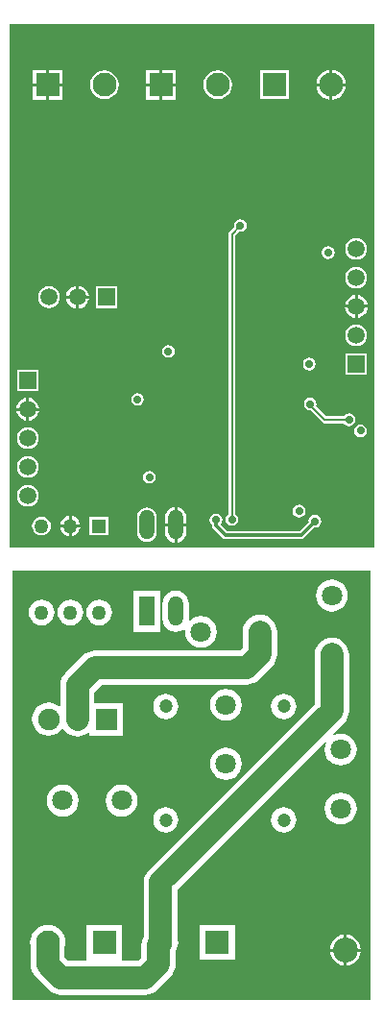
<source format=gbl>
G04*
G04 #@! TF.GenerationSoftware,Altium Limited,Altium Designer,20.0.13 (296)*
G04*
G04 Layer_Physical_Order=4*
G04 Layer_Color=16711680*
%FSLAX44Y44*%
%MOMM*%
G71*
G01*
G75*
%ADD10C,0.2000*%
%ADD51C,0.3000*%
%ADD54C,2.0000*%
%ADD56C,1.8000*%
%ADD57C,2.2000*%
%ADD58R,1.2600X1.2600*%
%ADD59C,1.2600*%
%ADD60O,1.3208X2.6416*%
%ADD61R,1.3208X2.6416*%
%ADD62R,1.5000X1.5000*%
%ADD63C,1.5000*%
%ADD64R,1.5080X1.5080*%
%ADD65C,1.5080*%
%ADD66C,1.9100*%
%ADD67R,1.9100X1.9100*%
%ADD68C,1.2000*%
%ADD69R,2.1000X2.1000*%
%ADD70C,2.1000*%
%ADD71C,0.7000*%
G36*
X321883Y6118D02*
X6118D01*
Y384500D01*
X321883D01*
Y6118D01*
D02*
G37*
G36*
X324941Y404500D02*
X3059D01*
Y865941D01*
X324941D01*
Y404500D01*
D02*
G37*
%LPC*%
G36*
X287750Y376371D02*
X284095Y375890D01*
X280690Y374479D01*
X277765Y372235D01*
X275521Y369310D01*
X274110Y365905D01*
X273629Y362250D01*
X274110Y358595D01*
X275521Y355190D01*
X277765Y352265D01*
X280690Y350021D01*
X284095Y348610D01*
X287750Y348129D01*
X291405Y348610D01*
X294810Y350021D01*
X297735Y352265D01*
X299979Y355190D01*
X301390Y358595D01*
X301871Y362250D01*
X301390Y365905D01*
X299979Y369310D01*
X297735Y372235D01*
X294810Y374479D01*
X291405Y375890D01*
X287750Y376371D01*
D02*
G37*
G36*
X82400Y358797D02*
X79450Y358409D01*
X76701Y357271D01*
X74341Y355459D01*
X72530Y353099D01*
X71391Y350350D01*
X71003Y347400D01*
X71391Y344450D01*
X72530Y341701D01*
X74341Y339341D01*
X76701Y337529D01*
X79450Y336391D01*
X82400Y336003D01*
X85350Y336391D01*
X88099Y337529D01*
X90459Y339341D01*
X92271Y341701D01*
X93409Y344450D01*
X93798Y347400D01*
X93409Y350350D01*
X92271Y353099D01*
X90459Y355459D01*
X88099Y357271D01*
X85350Y358409D01*
X82400Y358797D01*
D02*
G37*
G36*
X57000D02*
X54050Y358409D01*
X51301Y357271D01*
X48941Y355459D01*
X47130Y353099D01*
X45991Y350350D01*
X45603Y347400D01*
X45991Y344450D01*
X47130Y341701D01*
X48941Y339341D01*
X51301Y337529D01*
X54050Y336391D01*
X57000Y336003D01*
X59950Y336391D01*
X62699Y337529D01*
X65059Y339341D01*
X66871Y341701D01*
X68009Y344450D01*
X68397Y347400D01*
X68009Y350350D01*
X66871Y353099D01*
X65059Y355459D01*
X62699Y357271D01*
X59950Y358409D01*
X57000Y358797D01*
D02*
G37*
G36*
X31600D02*
X28650Y358409D01*
X25901Y357271D01*
X23541Y355459D01*
X21730Y353099D01*
X20591Y350350D01*
X20203Y347400D01*
X20591Y344450D01*
X21730Y341701D01*
X23541Y339341D01*
X25901Y337529D01*
X28650Y336391D01*
X31600Y336003D01*
X34550Y336391D01*
X37299Y337529D01*
X39659Y339341D01*
X41471Y341701D01*
X42609Y344450D01*
X42997Y347400D01*
X42609Y350350D01*
X41471Y353099D01*
X39659Y355459D01*
X37299Y357271D01*
X34550Y358409D01*
X31600Y358797D01*
D02*
G37*
G36*
X136154Y366608D02*
X112946D01*
Y330192D01*
X136154D01*
Y366608D01*
D02*
G37*
G36*
X149950Y366708D02*
X146921Y366309D01*
X144098Y365140D01*
X141674Y363280D01*
X139814Y360856D01*
X138645Y358033D01*
X138246Y355004D01*
Y341796D01*
X138645Y338767D01*
X139814Y335944D01*
X141674Y333520D01*
X144098Y331660D01*
X146921Y330491D01*
X149950Y330092D01*
X152979Y330491D01*
X155802Y331660D01*
X157172Y332711D01*
X158363Y332024D01*
X158129Y330250D01*
X158610Y326595D01*
X160021Y323190D01*
X162265Y320265D01*
X165190Y318021D01*
X168595Y316610D01*
X172250Y316129D01*
X175905Y316610D01*
X179310Y318021D01*
X182235Y320265D01*
X184479Y323190D01*
X185890Y326595D01*
X186371Y330250D01*
X185890Y333905D01*
X184479Y337310D01*
X182235Y340235D01*
X179310Y342479D01*
X175905Y343890D01*
X172250Y344371D01*
X168595Y343890D01*
X165190Y342479D01*
X162782Y340631D01*
X161591Y341319D01*
X161654Y341796D01*
Y355004D01*
X161255Y358033D01*
X160086Y360856D01*
X158226Y363280D01*
X155802Y365140D01*
X152979Y366309D01*
X149950Y366708D01*
D02*
G37*
G36*
X224250Y345323D02*
X221310Y345033D01*
X218482Y344175D01*
X215876Y342782D01*
X213592Y340908D01*
X211718Y338624D01*
X210325Y336018D01*
X209467Y333190D01*
X209177Y330250D01*
Y316709D01*
X206291Y313823D01*
X78750D01*
X75809Y313533D01*
X72982Y312675D01*
X70376Y311282D01*
X68092Y309408D01*
X52592Y293908D01*
X50718Y291624D01*
X49325Y289018D01*
X48467Y286190D01*
X48177Y283250D01*
Y265101D01*
X47038Y264539D01*
X45188Y265959D01*
X41648Y267425D01*
X37850Y267925D01*
X34052Y267425D01*
X30512Y265959D01*
X27473Y263627D01*
X25141Y260588D01*
X23674Y257048D01*
X23175Y253250D01*
X23674Y249452D01*
X25141Y245912D01*
X27473Y242873D01*
X30512Y240541D01*
X34052Y239074D01*
X37850Y238575D01*
X41648Y239074D01*
X45188Y240541D01*
X48227Y242873D01*
X49569Y244621D01*
X51052Y244468D01*
X52592Y242592D01*
X54876Y240718D01*
X57482Y239325D01*
X60310Y238467D01*
X63250Y238177D01*
X66191Y238467D01*
X69018Y239325D01*
X71624Y240718D01*
X72830Y241707D01*
X74100Y241107D01*
Y238700D01*
X103200D01*
Y267800D01*
X78323D01*
Y277007D01*
X84993Y283677D01*
X212534D01*
X215475Y283967D01*
X218302Y284825D01*
X220908Y286218D01*
X223192Y288092D01*
X234908Y299808D01*
X236782Y302092D01*
X238175Y304698D01*
X239033Y307525D01*
X239323Y310466D01*
Y330250D01*
X239033Y333190D01*
X238175Y336018D01*
X236782Y338624D01*
X234908Y340908D01*
X232624Y342782D01*
X230018Y344175D01*
X227190Y345033D01*
X224250Y345323D01*
D02*
G37*
G36*
X245250Y275595D02*
X242378Y275217D01*
X239703Y274109D01*
X237405Y272345D01*
X235641Y270047D01*
X234533Y267372D01*
X234155Y264500D01*
X234533Y261628D01*
X235641Y258953D01*
X237405Y256655D01*
X239703Y254891D01*
X242378Y253783D01*
X245250Y253405D01*
X248122Y253783D01*
X250797Y254891D01*
X253095Y256655D01*
X254858Y258953D01*
X255967Y261628D01*
X256345Y264500D01*
X255967Y267372D01*
X254858Y270047D01*
X253095Y272345D01*
X250797Y274109D01*
X248122Y275217D01*
X245250Y275595D01*
D02*
G37*
G36*
X141250D02*
X138378Y275217D01*
X135703Y274109D01*
X133405Y272345D01*
X131642Y270047D01*
X130533Y267372D01*
X130155Y264500D01*
X130533Y261628D01*
X131642Y258953D01*
X133405Y256655D01*
X135703Y254891D01*
X138378Y253783D01*
X141250Y253405D01*
X144122Y253783D01*
X146797Y254891D01*
X149095Y256655D01*
X150858Y258953D01*
X151967Y261628D01*
X152345Y264500D01*
X151967Y267372D01*
X150858Y270047D01*
X149095Y272345D01*
X146797Y274109D01*
X144122Y275217D01*
X141250Y275595D01*
D02*
G37*
G36*
X194250Y280121D02*
X190595Y279640D01*
X187190Y278229D01*
X184265Y275985D01*
X182021Y273060D01*
X180610Y269655D01*
X180129Y266000D01*
X180610Y262345D01*
X182021Y258940D01*
X184265Y256015D01*
X187190Y253771D01*
X190595Y252360D01*
X194250Y251879D01*
X197905Y252360D01*
X201310Y253771D01*
X204235Y256015D01*
X206479Y258940D01*
X207890Y262345D01*
X208371Y266000D01*
X207890Y269655D01*
X206479Y273060D01*
X204235Y275985D01*
X201310Y278229D01*
X197905Y279640D01*
X194250Y280121D01*
D02*
G37*
G36*
X287750Y325323D02*
X284809Y325033D01*
X281982Y324175D01*
X279376Y322782D01*
X277092Y320908D01*
X275218Y318624D01*
X273825Y316018D01*
X272967Y313190D01*
X272677Y310250D01*
Y266743D01*
X126092Y120158D01*
X124218Y117874D01*
X122825Y115268D01*
X121967Y112441D01*
X121677Y109500D01*
Y61593D01*
X120825Y59997D01*
X119967Y57170D01*
X119677Y54229D01*
Y43459D01*
X116791Y40573D01*
X103593D01*
X102500Y41000D01*
X102500Y41843D01*
Y72000D01*
X71500D01*
Y41843D01*
X71500Y41000D01*
X70407Y40573D01*
X54959D01*
X52073Y43459D01*
Y52792D01*
X52276Y53461D01*
X52575Y56500D01*
X52276Y59538D01*
X51389Y62460D01*
X49950Y65153D01*
X48013Y67513D01*
X45653Y69450D01*
X42960Y70889D01*
X40038Y71776D01*
X37000Y72075D01*
X33962Y71776D01*
X31040Y70889D01*
X28347Y69450D01*
X25987Y67513D01*
X24050Y65153D01*
X22611Y62460D01*
X21724Y59538D01*
X21425Y56500D01*
X21724Y53461D01*
X21927Y52792D01*
Y37216D01*
X22217Y34275D01*
X23075Y31448D01*
X24468Y28842D01*
X26342Y26558D01*
X38058Y14842D01*
X40342Y12968D01*
X42948Y11575D01*
X45775Y10717D01*
X48716Y10427D01*
X123034D01*
X125975Y10717D01*
X128802Y11575D01*
X131408Y12968D01*
X133692Y14842D01*
X145408Y26558D01*
X147282Y28842D01*
X148675Y31448D01*
X149533Y34275D01*
X149823Y37216D01*
Y48076D01*
X151139Y50540D01*
X152026Y53461D01*
X152325Y56500D01*
X152026Y59538D01*
X151823Y60208D01*
Y103257D01*
X281734Y233168D01*
X282811Y232449D01*
X281860Y230155D01*
X281379Y226500D01*
X281860Y222845D01*
X283271Y219440D01*
X285515Y216515D01*
X288440Y214271D01*
X291845Y212860D01*
X295500Y212379D01*
X299155Y212860D01*
X302560Y214271D01*
X305485Y216515D01*
X307729Y219440D01*
X309140Y222845D01*
X309621Y226500D01*
X309140Y230155D01*
X307729Y233560D01*
X305485Y236485D01*
X302560Y238729D01*
X299155Y240140D01*
X295500Y240621D01*
X291845Y240140D01*
X289551Y239189D01*
X288832Y240266D01*
X298408Y249842D01*
X300282Y252126D01*
X301675Y254732D01*
X302533Y257560D01*
X302823Y260500D01*
Y310250D01*
X302533Y313190D01*
X301675Y316018D01*
X300282Y318624D01*
X298408Y320908D01*
X296124Y322782D01*
X293518Y324175D01*
X290690Y325033D01*
X287750Y325323D01*
D02*
G37*
G36*
X194250Y228121D02*
X190595Y227640D01*
X187190Y226229D01*
X184265Y223985D01*
X182021Y221060D01*
X180610Y217655D01*
X180129Y214000D01*
X180610Y210345D01*
X182021Y206940D01*
X184265Y204015D01*
X187190Y201771D01*
X190595Y200360D01*
X194250Y199879D01*
X197905Y200360D01*
X201310Y201771D01*
X204235Y204015D01*
X206479Y206940D01*
X207890Y210345D01*
X208371Y214000D01*
X207890Y217655D01*
X206479Y221060D01*
X204235Y223985D01*
X201310Y226229D01*
X197905Y227640D01*
X194250Y228121D01*
D02*
G37*
G36*
X102250Y195621D02*
X98595Y195140D01*
X95190Y193729D01*
X92265Y191485D01*
X90021Y188560D01*
X88610Y185155D01*
X88129Y181500D01*
X88610Y177845D01*
X90021Y174440D01*
X92265Y171515D01*
X95190Y169271D01*
X98595Y167860D01*
X102250Y167379D01*
X105905Y167860D01*
X109310Y169271D01*
X112235Y171515D01*
X114479Y174440D01*
X115890Y177845D01*
X116371Y181500D01*
X115890Y185155D01*
X114479Y188560D01*
X112235Y191485D01*
X109310Y193729D01*
X105905Y195140D01*
X102250Y195621D01*
D02*
G37*
G36*
X50250D02*
X46595Y195140D01*
X43190Y193729D01*
X40265Y191485D01*
X38021Y188560D01*
X36610Y185155D01*
X36129Y181500D01*
X36610Y177845D01*
X38021Y174440D01*
X40265Y171515D01*
X43190Y169271D01*
X46595Y167860D01*
X50250Y167379D01*
X53905Y167860D01*
X57310Y169271D01*
X60235Y171515D01*
X62479Y174440D01*
X63890Y177845D01*
X64371Y181500D01*
X63890Y185155D01*
X62479Y188560D01*
X60235Y191485D01*
X57310Y193729D01*
X53905Y195140D01*
X50250Y195621D01*
D02*
G37*
G36*
X295500Y188621D02*
X291845Y188140D01*
X288440Y186729D01*
X285515Y184485D01*
X283271Y181560D01*
X281860Y178155D01*
X281379Y174500D01*
X281860Y170845D01*
X283271Y167440D01*
X285515Y164515D01*
X288440Y162271D01*
X291845Y160860D01*
X295500Y160379D01*
X299155Y160860D01*
X302560Y162271D01*
X305485Y164515D01*
X307729Y167440D01*
X309140Y170845D01*
X309621Y174500D01*
X309140Y178155D01*
X307729Y181560D01*
X305485Y184485D01*
X302560Y186729D01*
X299155Y188140D01*
X295500Y188621D01*
D02*
G37*
G36*
X245250Y175595D02*
X242378Y175217D01*
X239703Y174109D01*
X237405Y172345D01*
X235641Y170047D01*
X234533Y167372D01*
X234155Y164500D01*
X234533Y161628D01*
X235641Y158953D01*
X237405Y156655D01*
X239703Y154892D01*
X242378Y153783D01*
X245250Y153405D01*
X248122Y153783D01*
X250797Y154892D01*
X253095Y156655D01*
X254858Y158953D01*
X255967Y161628D01*
X256345Y164500D01*
X255967Y167372D01*
X254858Y170047D01*
X253095Y172345D01*
X250797Y174109D01*
X248122Y175217D01*
X245250Y175595D01*
D02*
G37*
G36*
X141250D02*
X138378Y175217D01*
X135703Y174109D01*
X133405Y172345D01*
X131642Y170047D01*
X130533Y167372D01*
X130155Y164500D01*
X130533Y161628D01*
X131642Y158953D01*
X133405Y156655D01*
X135703Y154892D01*
X138378Y153783D01*
X141250Y153405D01*
X144122Y153783D01*
X146797Y154892D01*
X149095Y156655D01*
X150858Y158953D01*
X151967Y161628D01*
X152345Y164500D01*
X151967Y167372D01*
X150858Y170047D01*
X149095Y172345D01*
X146797Y174109D01*
X144122Y175217D01*
X141250Y175595D01*
D02*
G37*
G36*
X300770Y63240D02*
Y51020D01*
X312990D01*
X312691Y53285D01*
X311327Y56578D01*
X309157Y59407D01*
X306328Y61577D01*
X303035Y62941D01*
X300770Y63240D01*
D02*
G37*
G36*
X298230D02*
X295965Y62941D01*
X292672Y61577D01*
X289843Y59407D01*
X287673Y56578D01*
X286308Y53285D01*
X286010Y51020D01*
X298230D01*
Y63240D01*
D02*
G37*
G36*
X202250Y72000D02*
X171250D01*
Y41000D01*
X202250D01*
Y72000D01*
D02*
G37*
G36*
X312990Y48480D02*
X300770D01*
Y36260D01*
X303035Y36558D01*
X306328Y37923D01*
X309157Y40093D01*
X311327Y42922D01*
X312691Y46215D01*
X312990Y48480D01*
D02*
G37*
G36*
X298230D02*
X286010D01*
X286308Y46215D01*
X287673Y42922D01*
X289843Y40093D01*
X292672Y37923D01*
X295965Y36558D01*
X298230Y36260D01*
Y48480D01*
D02*
G37*
G36*
X288270Y825485D02*
Y813770D01*
X299985D01*
X299704Y815904D01*
X298390Y819076D01*
X296300Y821800D01*
X293576Y823890D01*
X290404Y825204D01*
X288270Y825485D01*
D02*
G37*
G36*
X285730D02*
X283596Y825204D01*
X280424Y823890D01*
X277700Y821800D01*
X275610Y819076D01*
X274296Y815904D01*
X274015Y813770D01*
X285730D01*
Y825485D01*
D02*
G37*
G36*
X150040Y825540D02*
X138270D01*
Y813770D01*
X150040D01*
Y825540D01*
D02*
G37*
G36*
X135730D02*
X123960D01*
Y813770D01*
X135730D01*
Y825540D01*
D02*
G37*
G36*
X50040D02*
X38270D01*
Y813770D01*
X50040D01*
Y825540D01*
D02*
G37*
G36*
X35730D02*
X23960D01*
Y813770D01*
X35730D01*
Y825540D01*
D02*
G37*
G36*
X249500Y825000D02*
X224500D01*
Y800000D01*
X249500D01*
Y825000D01*
D02*
G37*
G36*
X187000Y825108D02*
X183737Y824678D01*
X180696Y823419D01*
X178085Y821415D01*
X176081Y818804D01*
X174822Y815763D01*
X174392Y812500D01*
X174822Y809237D01*
X176081Y806196D01*
X178085Y803585D01*
X180696Y801581D01*
X183737Y800322D01*
X187000Y799892D01*
X190263Y800322D01*
X193304Y801581D01*
X195915Y803585D01*
X197919Y806196D01*
X199178Y809237D01*
X199608Y812500D01*
X199178Y815763D01*
X197919Y818804D01*
X195915Y821415D01*
X193304Y823419D01*
X190263Y824678D01*
X187000Y825108D01*
D02*
G37*
G36*
X87000D02*
X83737Y824678D01*
X80696Y823419D01*
X78085Y821415D01*
X76081Y818804D01*
X74822Y815763D01*
X74392Y812500D01*
X74822Y809237D01*
X76081Y806196D01*
X78085Y803585D01*
X80696Y801581D01*
X83737Y800322D01*
X87000Y799892D01*
X90263Y800322D01*
X93304Y801581D01*
X95915Y803585D01*
X97919Y806196D01*
X99178Y809237D01*
X99608Y812500D01*
X99178Y815763D01*
X97919Y818804D01*
X95915Y821415D01*
X93304Y823419D01*
X90263Y824678D01*
X87000Y825108D01*
D02*
G37*
G36*
X299985Y811230D02*
X288270D01*
Y799515D01*
X290404Y799796D01*
X293576Y801110D01*
X296300Y803200D01*
X298390Y805924D01*
X299704Y809096D01*
X299985Y811230D01*
D02*
G37*
G36*
X285730D02*
X274015D01*
X274296Y809096D01*
X275610Y805924D01*
X277700Y803200D01*
X280424Y801110D01*
X283596Y799796D01*
X285730Y799515D01*
Y811230D01*
D02*
G37*
G36*
X150040D02*
X138270D01*
Y799460D01*
X150040D01*
Y811230D01*
D02*
G37*
G36*
X135730D02*
X123960D01*
Y799460D01*
X135730D01*
Y811230D01*
D02*
G37*
G36*
X50040D02*
X38270D01*
Y799460D01*
X50040D01*
Y811230D01*
D02*
G37*
G36*
X35730D02*
X23960D01*
Y799460D01*
X35730D01*
Y811230D01*
D02*
G37*
G36*
X207000Y694108D02*
X204854Y693681D01*
X203035Y692465D01*
X201819Y690646D01*
X201392Y688500D01*
X201675Y687079D01*
X197337Y682741D01*
X196674Y681749D01*
X196441Y680578D01*
X196441Y680578D01*
Y433821D01*
X195535Y433215D01*
X194319Y431396D01*
X193892Y429250D01*
X194319Y427104D01*
X195535Y425285D01*
X197354Y424069D01*
X199500Y423642D01*
X201646Y424069D01*
X203465Y425285D01*
X204681Y427104D01*
X205108Y429250D01*
X204681Y431396D01*
X203465Y433215D01*
X202559Y433821D01*
Y679311D01*
X206282Y683035D01*
X207000Y682892D01*
X209146Y683319D01*
X210965Y684535D01*
X212181Y686354D01*
X212608Y688500D01*
X212181Y690646D01*
X210965Y692465D01*
X209146Y693681D01*
X207000Y694108D01*
D02*
G37*
G36*
X284500Y670108D02*
X282354Y669681D01*
X280535Y668465D01*
X279319Y666646D01*
X278892Y664500D01*
X279319Y662354D01*
X280535Y660535D01*
X282354Y659319D01*
X284500Y658892D01*
X286646Y659319D01*
X288465Y660535D01*
X289681Y662354D01*
X290108Y664500D01*
X289681Y666646D01*
X288465Y668465D01*
X286646Y669681D01*
X284500Y670108D01*
D02*
G37*
G36*
X309250Y677482D02*
X306770Y677156D01*
X304459Y676198D01*
X302475Y674676D01*
X300952Y672691D01*
X299995Y670380D01*
X299668Y667900D01*
X299995Y665420D01*
X300952Y663109D01*
X302475Y661125D01*
X304459Y659602D01*
X306770Y658645D01*
X309250Y658318D01*
X311730Y658645D01*
X314041Y659602D01*
X316026Y661125D01*
X317548Y663109D01*
X318505Y665420D01*
X318832Y667900D01*
X318505Y670380D01*
X317548Y672691D01*
X316026Y674676D01*
X314041Y676198D01*
X311730Y677156D01*
X309250Y677482D01*
D02*
G37*
G36*
Y652082D02*
X306770Y651756D01*
X304459Y650798D01*
X302475Y649276D01*
X300952Y647291D01*
X299995Y644980D01*
X299668Y642500D01*
X299995Y640020D01*
X300952Y637709D01*
X302475Y635725D01*
X304459Y634202D01*
X306770Y633245D01*
X309250Y632918D01*
X311730Y633245D01*
X314041Y634202D01*
X316026Y635725D01*
X317548Y637709D01*
X318505Y640020D01*
X318832Y642500D01*
X318505Y644980D01*
X317548Y647291D01*
X316026Y649276D01*
X314041Y650798D01*
X311730Y651756D01*
X309250Y652082D01*
D02*
G37*
G36*
X64770Y635250D02*
Y626520D01*
X73500D01*
X73320Y627881D01*
X72305Y630334D01*
X70689Y632439D01*
X68583Y634055D01*
X66131Y635070D01*
X64770Y635250D01*
D02*
G37*
G36*
X62230Y635250D02*
X60869Y635070D01*
X58417Y634055D01*
X56311Y632439D01*
X54695Y630334D01*
X53679Y627881D01*
X53500Y626520D01*
X62230D01*
Y635250D01*
D02*
G37*
G36*
X310520Y627059D02*
Y618370D01*
X319209D01*
X319032Y619721D01*
X318020Y622163D01*
X316411Y624261D01*
X314313Y625870D01*
X311871Y626882D01*
X310520Y627059D01*
D02*
G37*
G36*
X307980D02*
X306629Y626882D01*
X304187Y625870D01*
X302089Y624261D01*
X300480Y622163D01*
X299468Y619721D01*
X299291Y618370D01*
X307980D01*
Y627059D01*
D02*
G37*
G36*
X98440Y634790D02*
X79360D01*
Y615710D01*
X98440D01*
Y634790D01*
D02*
G37*
G36*
X38100Y634872D02*
X35610Y634544D01*
X33289Y633583D01*
X31296Y632054D01*
X29767Y630061D01*
X28806Y627741D01*
X28478Y625250D01*
X28806Y622760D01*
X29767Y620439D01*
X31296Y618446D01*
X33289Y616917D01*
X35610Y615956D01*
X38100Y615628D01*
X40590Y615956D01*
X42911Y616917D01*
X44904Y618446D01*
X46433Y620439D01*
X47394Y622760D01*
X47722Y625250D01*
X47394Y627741D01*
X46433Y630061D01*
X44904Y632054D01*
X42911Y633583D01*
X40590Y634544D01*
X38100Y634872D01*
D02*
G37*
G36*
X73500Y623980D02*
X64770D01*
Y615250D01*
X66131Y615429D01*
X68583Y616445D01*
X70689Y618061D01*
X72305Y620167D01*
X73320Y622619D01*
X73500Y623980D01*
D02*
G37*
G36*
X62230D02*
X53500D01*
X53679Y622619D01*
X54695Y620167D01*
X56311Y618061D01*
X58417Y616445D01*
X60869Y615429D01*
X62230Y615250D01*
Y623980D01*
D02*
G37*
G36*
X319209Y615830D02*
X310520D01*
Y607141D01*
X311871Y607318D01*
X314313Y608330D01*
X316411Y609939D01*
X318020Y612037D01*
X319032Y614479D01*
X319209Y615830D01*
D02*
G37*
G36*
X307980D02*
X299291D01*
X299468Y614479D01*
X300480Y612037D01*
X302089Y609939D01*
X304187Y608330D01*
X306629Y607318D01*
X307980Y607141D01*
Y615830D01*
D02*
G37*
G36*
X309250Y601282D02*
X306770Y600956D01*
X304459Y599998D01*
X302475Y598475D01*
X300952Y596491D01*
X299995Y594180D01*
X299668Y591700D01*
X299995Y589220D01*
X300952Y586909D01*
X302475Y584925D01*
X304459Y583402D01*
X306770Y582445D01*
X309250Y582118D01*
X311730Y582445D01*
X314041Y583402D01*
X316026Y584925D01*
X317548Y586909D01*
X318505Y589220D01*
X318832Y591700D01*
X318505Y594180D01*
X317548Y596491D01*
X316026Y598475D01*
X314041Y599998D01*
X311730Y600956D01*
X309250Y601282D01*
D02*
G37*
G36*
X143500Y583108D02*
X141354Y582681D01*
X139535Y581465D01*
X138319Y579646D01*
X137892Y577500D01*
X138319Y575354D01*
X139535Y573535D01*
X141354Y572319D01*
X143500Y571892D01*
X145646Y572319D01*
X147465Y573535D01*
X148681Y575354D01*
X149108Y577500D01*
X148681Y579646D01*
X147465Y581465D01*
X145646Y582681D01*
X143500Y583108D01*
D02*
G37*
G36*
X267750Y571858D02*
X265604Y571431D01*
X263785Y570215D01*
X262569Y568396D01*
X262142Y566250D01*
X262569Y564104D01*
X263785Y562285D01*
X265604Y561069D01*
X267750Y560642D01*
X269896Y561069D01*
X271715Y562285D01*
X272931Y564104D01*
X273358Y566250D01*
X272931Y568396D01*
X271715Y570215D01*
X269896Y571431D01*
X267750Y571858D01*
D02*
G37*
G36*
X318750Y575800D02*
X299750D01*
Y556800D01*
X318750D01*
Y575800D01*
D02*
G37*
G36*
X29000Y561350D02*
X10000D01*
Y542350D01*
X29000D01*
Y561350D01*
D02*
G37*
G36*
X116250Y540858D02*
X114104Y540431D01*
X112285Y539215D01*
X111069Y537396D01*
X110642Y535250D01*
X111069Y533104D01*
X112285Y531285D01*
X114104Y530069D01*
X116250Y529642D01*
X118396Y530069D01*
X120215Y531285D01*
X121431Y533104D01*
X121858Y535250D01*
X121431Y537396D01*
X120215Y539215D01*
X118396Y540431D01*
X116250Y540858D01*
D02*
G37*
G36*
X20770Y536409D02*
Y527720D01*
X29459D01*
X29282Y529071D01*
X28270Y531513D01*
X26661Y533611D01*
X24563Y535220D01*
X22121Y536232D01*
X20770Y536409D01*
D02*
G37*
G36*
X18230D02*
X16879Y536232D01*
X14437Y535220D01*
X12339Y533611D01*
X10730Y531513D01*
X9718Y529071D01*
X9541Y527720D01*
X18230D01*
Y536409D01*
D02*
G37*
G36*
X29459Y525180D02*
X20770D01*
Y516491D01*
X22121Y516668D01*
X24563Y517680D01*
X26661Y519289D01*
X28270Y521387D01*
X29282Y523829D01*
X29459Y525180D01*
D02*
G37*
G36*
X18230D02*
X9541D01*
X9718Y523829D01*
X10730Y521387D01*
X12339Y519289D01*
X14437Y517680D01*
X16879Y516668D01*
X18230Y516491D01*
Y525180D01*
D02*
G37*
G36*
X268625Y536733D02*
X266479Y536306D01*
X264660Y535090D01*
X263444Y533271D01*
X263017Y531125D01*
X263444Y528979D01*
X264660Y527160D01*
X266479Y525944D01*
X268625Y525517D01*
X268652Y525523D01*
X279087Y515087D01*
X279087Y515087D01*
X280079Y514424D01*
X281250Y514191D01*
X281250Y514191D01*
X298429D01*
X299035Y513285D01*
X300854Y512069D01*
X303000Y511642D01*
X305146Y512069D01*
X306965Y513285D01*
X308181Y515104D01*
X308608Y517250D01*
X308181Y519396D01*
X306965Y521215D01*
X305146Y522431D01*
X303000Y522858D01*
X300854Y522431D01*
X299035Y521215D01*
X298429Y520309D01*
X282517D01*
X273813Y529013D01*
X274233Y531125D01*
X273806Y533271D01*
X272590Y535090D01*
X270771Y536306D01*
X268625Y536733D01*
D02*
G37*
G36*
X313000Y513108D02*
X310854Y512681D01*
X309035Y511465D01*
X307819Y509646D01*
X307392Y507500D01*
X307819Y505354D01*
X309035Y503535D01*
X310854Y502319D01*
X313000Y501892D01*
X315146Y502319D01*
X316965Y503535D01*
X318181Y505354D01*
X318608Y507500D01*
X318181Y509646D01*
X316965Y511465D01*
X315146Y512681D01*
X313000Y513108D01*
D02*
G37*
G36*
X19500Y510632D02*
X17020Y510305D01*
X14709Y509348D01*
X12725Y507826D01*
X11202Y505841D01*
X10245Y503530D01*
X9918Y501050D01*
X10245Y498570D01*
X11202Y496259D01*
X12725Y494275D01*
X14709Y492752D01*
X17020Y491795D01*
X19500Y491468D01*
X21980Y491795D01*
X24291Y492752D01*
X26275Y494275D01*
X27798Y496259D01*
X28756Y498570D01*
X29082Y501050D01*
X28756Y503530D01*
X27798Y505841D01*
X26275Y507826D01*
X24291Y509348D01*
X21980Y510305D01*
X19500Y510632D01*
D02*
G37*
G36*
Y485232D02*
X17020Y484906D01*
X14709Y483948D01*
X12725Y482425D01*
X11202Y480441D01*
X10245Y478130D01*
X9918Y475650D01*
X10245Y473170D01*
X11202Y470859D01*
X12725Y468875D01*
X14709Y467352D01*
X17020Y466395D01*
X19500Y466068D01*
X21980Y466395D01*
X24291Y467352D01*
X26275Y468875D01*
X27798Y470859D01*
X28756Y473170D01*
X29082Y475650D01*
X28756Y478130D01*
X27798Y480441D01*
X26275Y482425D01*
X24291Y483948D01*
X21980Y484906D01*
X19500Y485232D01*
D02*
G37*
G36*
X126750Y472108D02*
X124604Y471681D01*
X122785Y470465D01*
X121569Y468646D01*
X121142Y466500D01*
X121569Y464354D01*
X122785Y462535D01*
X124604Y461319D01*
X126750Y460892D01*
X128896Y461319D01*
X130715Y462535D01*
X131931Y464354D01*
X132358Y466500D01*
X131931Y468646D01*
X130715Y470465D01*
X128896Y471681D01*
X126750Y472108D01*
D02*
G37*
G36*
X19500Y459832D02*
X17020Y459506D01*
X14709Y458548D01*
X12725Y457025D01*
X11202Y455041D01*
X10245Y452730D01*
X9918Y450250D01*
X10245Y447770D01*
X11202Y445459D01*
X12725Y443475D01*
X14709Y441952D01*
X17020Y440994D01*
X19500Y440668D01*
X21980Y440994D01*
X24291Y441952D01*
X26275Y443475D01*
X27798Y445459D01*
X28756Y447770D01*
X29082Y450250D01*
X28756Y452730D01*
X27798Y455041D01*
X26275Y457025D01*
X24291Y458548D01*
X21980Y459506D01*
X19500Y459832D01*
D02*
G37*
G36*
X258750Y442358D02*
X256604Y441931D01*
X254785Y440715D01*
X253569Y438896D01*
X253142Y436750D01*
X253569Y434604D01*
X254785Y432785D01*
X256604Y431569D01*
X258750Y431142D01*
X260896Y431569D01*
X262715Y432785D01*
X263931Y434604D01*
X264358Y436750D01*
X263931Y438896D01*
X262715Y440715D01*
X260896Y441931D01*
X258750Y442358D01*
D02*
G37*
G36*
X151220Y440260D02*
Y425870D01*
X159173D01*
Y431204D01*
X158859Y433591D01*
X157937Y435816D01*
X156472Y437726D01*
X154561Y439191D01*
X152337Y440113D01*
X151220Y440260D01*
D02*
G37*
G36*
X148680Y440260D02*
X147563Y440113D01*
X145338Y439191D01*
X143428Y437726D01*
X141963Y435816D01*
X141041Y433591D01*
X140727Y431204D01*
Y425870D01*
X148680D01*
Y440260D01*
D02*
G37*
G36*
X58270Y432349D02*
Y424870D01*
X65749D01*
X65613Y425908D01*
X64722Y428058D01*
X63305Y429905D01*
X61458Y431322D01*
X59308Y432212D01*
X58270Y432349D01*
D02*
G37*
G36*
X55730D02*
X54692Y432212D01*
X52542Y431322D01*
X50695Y429905D01*
X49278Y428058D01*
X48388Y425908D01*
X48251Y424870D01*
X55730D01*
Y432349D01*
D02*
G37*
G36*
X185500Y434358D02*
X183354Y433931D01*
X181535Y432715D01*
X180319Y430896D01*
X179892Y428750D01*
X180319Y426604D01*
X181535Y424785D01*
X181931Y424520D01*
Y424007D01*
X182203Y422642D01*
X182977Y421484D01*
X191234Y413227D01*
X192392Y412453D01*
X193757Y412181D01*
X260750D01*
X262116Y412453D01*
X263273Y413227D01*
X272282Y422235D01*
X272750Y422142D01*
X274896Y422569D01*
X276715Y423785D01*
X277931Y425604D01*
X278358Y427750D01*
X277931Y429896D01*
X276715Y431715D01*
X274896Y432931D01*
X272750Y433358D01*
X270604Y432931D01*
X268785Y431715D01*
X267569Y429896D01*
X267142Y427750D01*
X267235Y427282D01*
X259272Y419319D01*
X195236D01*
X189587Y424967D01*
X190681Y426604D01*
X191108Y428750D01*
X190681Y430896D01*
X189465Y432715D01*
X187646Y433931D01*
X185500Y434358D01*
D02*
G37*
G36*
X90700Y431900D02*
X74100D01*
Y415300D01*
X90700D01*
Y431900D01*
D02*
G37*
G36*
X31600Y431972D02*
X29433Y431686D01*
X27414Y430850D01*
X25680Y429520D01*
X24350Y427786D01*
X23514Y425767D01*
X23228Y423600D01*
X23514Y421433D01*
X24350Y419414D01*
X25680Y417680D01*
X27414Y416350D01*
X29433Y415514D01*
X31600Y415228D01*
X33767Y415514D01*
X35786Y416350D01*
X37520Y417680D01*
X38850Y419414D01*
X39686Y421433D01*
X39972Y423600D01*
X39686Y425767D01*
X38850Y427786D01*
X37520Y429520D01*
X35786Y430850D01*
X33767Y431686D01*
X31600Y431972D01*
D02*
G37*
G36*
X65749Y422330D02*
X58270D01*
Y414851D01*
X59308Y414987D01*
X61458Y415878D01*
X63305Y417295D01*
X64722Y419142D01*
X65613Y421292D01*
X65749Y422330D01*
D02*
G37*
G36*
X55730D02*
X48251D01*
X48388Y421292D01*
X49278Y419142D01*
X50695Y417295D01*
X52542Y415878D01*
X54692Y414987D01*
X55730Y414851D01*
Y422330D01*
D02*
G37*
G36*
X124550Y439882D02*
X122304Y439586D01*
X120211Y438720D01*
X118414Y437341D01*
X117034Y435543D01*
X116167Y433450D01*
X115872Y431204D01*
Y417996D01*
X116167Y415750D01*
X117034Y413657D01*
X118414Y411860D01*
X120211Y410480D01*
X122304Y409613D01*
X124550Y409318D01*
X126796Y409613D01*
X128889Y410480D01*
X130686Y411860D01*
X132066Y413657D01*
X132933Y415750D01*
X133228Y417996D01*
Y431204D01*
X132933Y433450D01*
X132066Y435543D01*
X130686Y437341D01*
X128889Y438720D01*
X126796Y439586D01*
X124550Y439882D01*
D02*
G37*
G36*
X159173Y423330D02*
X151220D01*
Y408940D01*
X152337Y409087D01*
X154561Y410009D01*
X156472Y411474D01*
X157937Y413385D01*
X158859Y415609D01*
X159173Y417996D01*
Y423330D01*
D02*
G37*
G36*
X148680D02*
X140727D01*
Y417996D01*
X141041Y415609D01*
X141963Y413385D01*
X143428Y411474D01*
X145338Y410009D01*
X147563Y409087D01*
X148680Y408940D01*
Y423330D01*
D02*
G37*
%LPD*%
D10*
X199500Y680578D02*
X207000Y688078D01*
X199500Y429250D02*
Y680578D01*
X268625Y529875D02*
Y531125D01*
Y529875D02*
X281250Y517250D01*
X303000D01*
X207000Y688078D02*
Y688500D01*
D51*
X185500Y424007D02*
X193757Y415750D01*
X185500Y424007D02*
Y428750D01*
X193757Y415750D02*
X260750D01*
X272750Y427750D01*
D54*
X78750Y298750D02*
X212534D01*
X224250Y310466D02*
Y330250D01*
X212534Y298750D02*
X224250Y310466D01*
X63250Y283250D02*
X78750Y298750D01*
X63250Y253250D02*
Y283250D01*
X48716Y25500D02*
X123034D01*
X136750Y56229D02*
Y56500D01*
X134750Y54229D02*
X136750Y56229D01*
X134750Y37216D02*
Y54229D01*
X123034Y25500D02*
X134750Y37216D01*
X37000D02*
Y56500D01*
Y37216D02*
X48716Y25500D01*
X136750Y56500D02*
Y109500D01*
X287750Y260500D02*
Y310250D01*
X136750Y109500D02*
X287750Y260500D01*
D56*
X172250Y330250D02*
D03*
X224250D02*
D03*
X102250Y181500D02*
D03*
X50250D02*
D03*
X287750Y362250D02*
D03*
Y310250D02*
D03*
X295500Y174500D02*
D03*
Y226500D02*
D03*
X194250Y266000D02*
D03*
Y214000D02*
D03*
D57*
X299500Y49750D02*
D03*
D58*
X82400Y423600D02*
D03*
D59*
X57000D02*
D03*
X31600D02*
D03*
Y347400D02*
D03*
X57000D02*
D03*
X82400D02*
D03*
D60*
X124550Y424600D02*
D03*
X149950D02*
D03*
Y348400D02*
D03*
D61*
X124550D02*
D03*
D62*
X19500Y551850D02*
D03*
X309250Y566300D02*
D03*
D63*
X19500Y526450D02*
D03*
Y501050D02*
D03*
Y475650D02*
D03*
Y450250D02*
D03*
X309250Y591700D02*
D03*
Y617100D02*
D03*
Y642500D02*
D03*
Y667900D02*
D03*
D64*
X88900Y625250D02*
D03*
D65*
X63500D02*
D03*
X38100D02*
D03*
D66*
X37850Y253250D02*
D03*
X63250D02*
D03*
D67*
X88650D02*
D03*
D68*
X141250Y264500D02*
D03*
Y164500D02*
D03*
X245250Y264500D02*
D03*
Y164500D02*
D03*
D69*
X137000Y812500D02*
D03*
X237000D02*
D03*
X87000Y56500D02*
D03*
X186750D02*
D03*
X37000Y812500D02*
D03*
D70*
X187000D02*
D03*
X287000D02*
D03*
X37000Y56500D02*
D03*
X136750D02*
D03*
X87000Y812500D02*
D03*
D71*
X116250Y535250D02*
D03*
X199500Y429250D02*
D03*
X163750Y488250D02*
D03*
X165250Y540250D02*
D03*
X307000Y486500D02*
D03*
X214250Y428250D02*
D03*
X185500Y428750D02*
D03*
X272750Y427750D02*
D03*
X258750Y436750D02*
D03*
X126750Y466500D02*
D03*
X143500Y577500D02*
D03*
X284500Y664500D02*
D03*
X267750Y566250D02*
D03*
X313000Y507500D02*
D03*
X268625Y531125D02*
D03*
X303000Y517250D02*
D03*
X207000Y688500D02*
D03*
M02*

</source>
